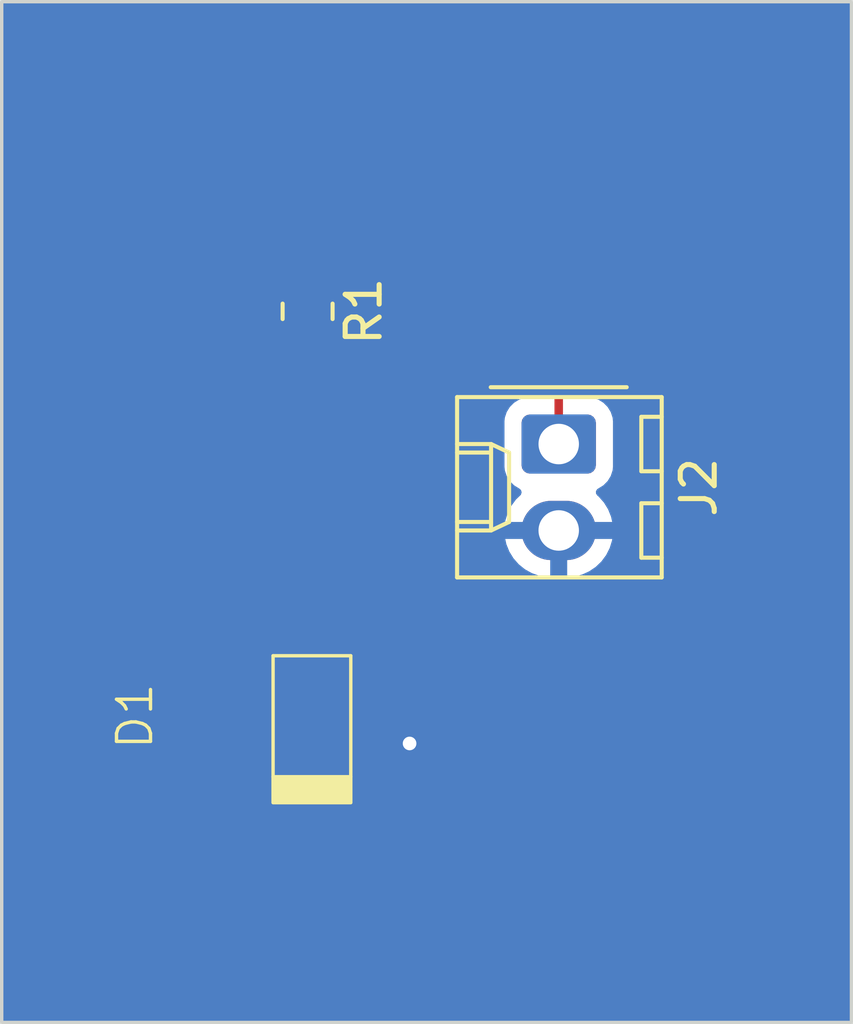
<source format=kicad_pcb>
(kicad_pcb (version 20221018) (generator pcbnew)
  (layers (0 "F.Cu" signal) (31 "B.Cu" signal) (34 "B.Paste" user) (35 "F.Paste" user) (36 "B.SilkS" user "B.Silkscreen") (37 "F.SilkS" user "F.Silkscreen") (38 "B.Mask" user) (39 "F.Mask" user) (44 "Edge.Cuts" user))
  (net 0 "")
  (net 1 "Net-(D1-Anode)")
  (net 2 "GND")
  (net 3 "+3.3V")
  (footprint "Connector_Molex:Molex_KK-254_AE-6410-02A_1x02_P2.54mm_Vertical" (layer "F.Cu") (at 146.3875 103 -90)
    (fp_text reference "J2" (at 1.27 -4.12 90) (layer "F.SilkS"))
    (fp_text value "Conn_01x02_Pin")
    (fp_line (start -1.67 -2) (end -1.67 2) (stroke (width 0.12)) (layer "F.SilkS"))
    (fp_line (start -1.38 -3.03) (end -1.38 2.99) (stroke (width 0.12)) (layer "F.SilkS"))
    (fp_line (start -1.38 2.99) (end 3.92 2.99) (stroke (width 0.12)) (layer "F.SilkS"))
    (fp_line (start -0.8 -3.03) (end -0.8 -2.43) (stroke (width 0.12)) (layer "F.SilkS"))
    (fp_line (start -0.8 -2.43) (end 0.8 -2.43) (stroke (width 0.12)) (layer "F.SilkS"))
    (fp_line (start 0 1.99) (end 0.25 1.46) (stroke (width 0.12)) (layer "F.SilkS"))
    (fp_line (start 0 1.99) (end 2.54 1.99) (stroke (width 0.12)) (layer "F.SilkS"))
    (fp_line (start 0 2.99) (end 0 1.99) (stroke (width 0.12)) (layer "F.SilkS"))
    (fp_line (start 0.25 1.46) (end 2.29 1.46) (stroke (width 0.12)) (layer "F.SilkS"))
    (fp_line (start 0.25 2.99) (end 0.25 1.99) (stroke (width 0.12)) (layer "F.SilkS"))
    (fp_line (start 0.8 -2.43) (end 0.8 -3.03) (stroke (width 0.12)) (layer "F.SilkS"))
    (fp_line (start 1.74 -3.03) (end 1.74 -2.43) (stroke (width 0.12)) (layer "F.SilkS"))
    (fp_line (start 1.74 -2.43) (end 3.34 -2.43) (stroke (width 0.12)) (layer "F.SilkS"))
    (fp_line (start 2.29 1.46) (end 2.54 1.99) (stroke (width 0.12)) (layer "F.SilkS"))
    (fp_line (start 2.29 2.99) (end 2.29 1.99) (stroke (width 0.12)) (layer "F.SilkS"))
    (fp_line (start 2.54 1.99) (end 2.54 2.99) (stroke (width 0.12)) (layer "F.SilkS"))
    (fp_line (start 3.34 -2.43) (end 3.34 -3.03) (stroke (width 0.12)) (layer "F.SilkS"))
    (fp_line (start 3.92 -3.03) (end -1.38 -3.03) (stroke (width 0.12)) (layer "F.SilkS"))
    (fp_line (start 3.92 2.99) (end 3.92 -3.03) (stroke (width 0.12)) (layer "F.SilkS"))
    (pad "1" thru_hole roundrect (at 0 0 270) (size 1.74 2.19) (drill 1.19) (layers "*.Cu" "*.Mask") (roundrect_rratio 0.1436781609) (net 3 "+3.3V"))
    (pad "2" thru_hole oval (at 2.54 0 270) (size 1.74 2.19) (drill 1.19) (layers "*.Cu" "*.Mask") (net 2 "GND"))
  )
  (footprint "Resistor_SMD:R_0805_2012Metric" (layer "F.Cu") (at 139 99.1 -90)
    (fp_text reference "R1" (at 0 -1.65 90) (layer "F.SilkS"))
    (fp_text value "R")
    (fp_line (start -0.227064 -0.735) (end 0.227064 -0.735) (stroke (width 0.12)) (layer "F.SilkS"))
    (fp_line (start -0.227064 0.735) (end 0.227064 0.735) (stroke (width 0.12)) (layer "F.SilkS"))
    (pad "1" smd roundrect (at -0.9125 0 270) (size 1.025 1.4) (layers "F.Cu" "F.Paste" "F.Mask") (roundrect_rratio 0.243902439) (net 3 "+3.3V"))
    (pad "2" smd roundrect (at 0.9125 0 270) (size 1.025 1.4) (layers "F.Cu" "F.Paste" "F.Mask") (roundrect_rratio 0.243902439) (net 1 "Net-(D1-Anode)"))
  )
  (footprint "MyPCBlib:LED0603" (layer "F.Cu") (at 139 111 90)
    (fp_text reference "D1" (at 0 -5.08 90 unlocked) (layer "F.SilkS") (effects (font (thickness 0.1))))
    (fp_text value "~" hide)
    (fp_line (start -1.778 -1.016) (end 1.778 -1.016) (stroke (width 0.1)) (layer "F.SilkS"))
    (fp_line (start 1.778 -1.016) (end 1.778 1.27) (stroke (width 0.1)) (layer "F.SilkS"))
    (fp_line (start 1.778 1.27) (end -1.778 1.27) (stroke (width 0.1)) (layer "F.SilkS"))
    (fp_poly (pts (xy -2.54 -1.016) (xy -1.778 -1.016) (xy -1.778 1.27) (xy -2.54 1.27)) (stroke (width 0.1)) (fill solid) (layer "F.SilkS"))
    (pad "A" smd rect (at 0.825 0 90) (size 0.8 0.8) (layers "F.Cu" "F.Paste" "F.Mask") (net 1 "Net-(D1-Anode)"))
    (pad "C" smd rect (at -0.825 0 90) (size 0.8 0.8) (layers "F.Cu" "F.Paste" "F.Mask") (net 2 "GND"))
  )
  (gr_line (start 130 120) (end 130 90) (stroke (width 0.1)) (layer "Edge.Cuts"))
  (gr_line (start 155 90) (end 155 120) (stroke (width 0.1)) (layer "Edge.Cuts"))
  (gr_line (start 130 90) (end 155 90) (stroke (width 0.1)) (layer "Edge.Cuts"))
  (gr_line (start 155 120) (end 130 120) (stroke (width 0.1)) (layer "Edge.Cuts"))
  (segment (start 139 110.175) (end 139 100.0125) (width 0.25) (layer "F.Cu") (net 1))
  (segment (start 141.975 111.825) (end 142 111.8) (width 0.25) (layer "F.Cu") (net 2))
  (segment (start 139 111.825) (end 141.975 111.825) (width 0.25) (layer "F.Cu") (net 2))
  (via (at 142 111.8) (size 0.8) (drill 0.4) (layers "F.Cu" "B.Cu") (net 2))
  (segment (start 145.5 95.6) (end 139.8 95.6) (width 0.25) (layer "F.Cu") (net 3))
  (segment (start 139.8 95.6) (end 139 96.4) (width 0.25) (layer "F.Cu") (net 3))
  (segment (start 146.3875 103) (end 146.3875 96.4875) (width 0.25) (layer "F.Cu") (net 3))
  (segment (start 139 96.4) (end 139 98.1875) (width 0.25) (layer "F.Cu") (net 3))
  (segment (start 146.3875 96.4875) (end 145.5 95.6) (width 0.25) (layer "F.Cu") (net 3))
  (zone (net 2) (net_name "GND") (layer "B.Cu") (connect_pads (clearance 0.5)) (min_thickness 0.25) (fill yes (thermal_gap 0.5) (thermal_bridge_width 0.5))
    (polygon (pts (xy 130 90) (xy 155 90) (xy 155 120) (xy 130 120)))
  )
)
</source>
